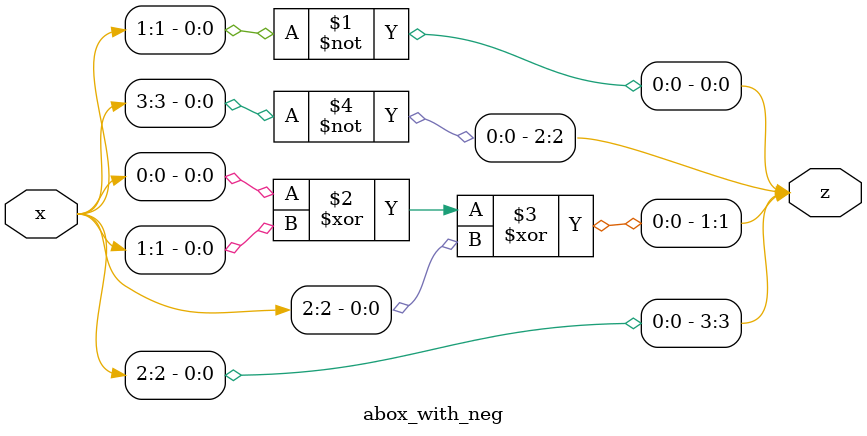
<source format=v>
`timescale 1ns / 1ps
/*
* -----------------------------------------------------------------
* AUTHOR  : Nicolai Müller (nicolai.mueller@rub.de)
* DOCUMENT: "Low-Latency Hardware Masking of PRINCE" (COSADE 2021)
* -----------------------------------------------------------------
*
* Copyright (c) 2021, Nicolai Müller
*
* All rights reserved.
*
* THIS SOFTWARE IS PROVIDED BY THE COPYRIGHT HOLDERS AND CONTRIBUTORS "AS IS" AND
* ANY EXPRESS OR IMPLIED WARRANTIES, INCLUDING, BUT NOT LIMITED TO, THE IMPLIED
* WARRANTIES OF MERCHANTABILITY AND FITNESS FOR A PARTICULAR PURPOSE ARE
* DISCLAIMED. IN NO EVENT SHALL THE COPYRIGHT HOLDER OR CONTRIBUTERS BE LIABLE FOR ANY
* DIRECT, INDIRECT, INCIDENTAL, SPECIAL, EXEMPLARY, OR CONSEQUENTIAL DAMAGES
* (INCLUDING, BUT NOT LIMITED TO, PROCUREMENT OF SUBSTITUTE GOODS OR SERVICES;
* LOSS OF USE, DATA, OR PROFITS; OR BUSINESS INTERRUPTION) HOWEVER CAUSED AND
* ON ANY THEORY OF LIABILITY, WHETHER IN CONTRACT, STRICT LIABILITY, OR TORT
* (INCLUDING NEGLIGENCE OR OTHERWISE) ARISING IN ANY WAY OUT OF THE USE OF THIS
* SOFTWARE, EVEN IF ADVISED OF THE POSSIBILITY OF SUCH DAMAGE.
*
* Please see LICENSE and README for license and further instructions.
*/

module abox_with_neg(
    input [3:0] x,
    output [3:0] z
    );
    
    assign z[0] = ~x[1];
    assign z[1] = x[0] ^ x[1] ^ x[2];
    assign z[2] = ~x[3];
    assign z[3] = x[2];
endmodule

</source>
